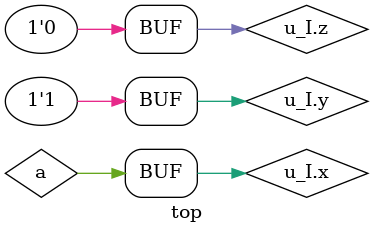
<source format=sv>

interface I;

  logic z;
  logic y;
  logic x;

endinterface

module top;

  localparam bit Z = 1'b0;
  logic a;
  I u_I();

  assign u_I.z = Z;      // Constant
  assign u_I.y = 1'b1;   // Literal
  assign u_I.x = a;      // Signal

endmodule

</source>
